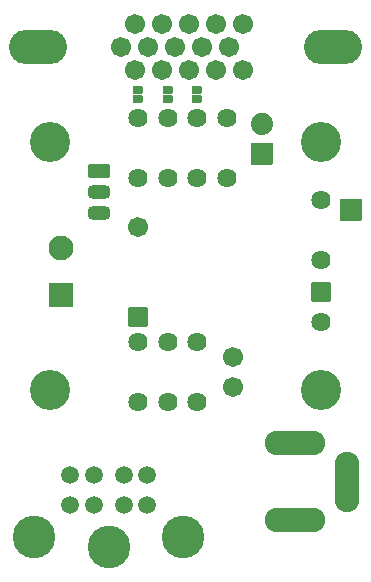
<source format=gbr>
%TF.GenerationSoftware,KiCad,Pcbnew,7.0.11-7.0.11~ubuntu22.04.1*%
%TF.CreationDate,2024-09-13T11:34:55+03:00*%
%TF.ProjectId,RVPC_Rev_B,52565043-5f52-4657-965f-422e6b696361,B*%
%TF.SameCoordinates,PX7bfa480PY7270e00*%
%TF.FileFunction,Soldermask,Bot*%
%TF.FilePolarity,Negative*%
%FSLAX46Y46*%
G04 Gerber Fmt 4.6, Leading zero omitted, Abs format (unit mm)*
G04 Created by KiCad (PCBNEW 7.0.11-7.0.11~ubuntu22.04.1) date 2024-09-13 11:34:55*
%MOMM*%
%LPD*%
G01*
G04 APERTURE LIST*
G04 Aperture macros list*
%AMRoundRect*
0 Rectangle with rounded corners*
0 $1 Rounding radius*
0 $2 $3 $4 $5 $6 $7 $8 $9 X,Y pos of 4 corners*
0 Add a 4 corners polygon primitive as box body*
4,1,4,$2,$3,$4,$5,$6,$7,$8,$9,$2,$3,0*
0 Add four circle primitives for the rounded corners*
1,1,$1+$1,$2,$3*
1,1,$1+$1,$4,$5*
1,1,$1+$1,$6,$7*
1,1,$1+$1,$8,$9*
0 Add four rect primitives between the rounded corners*
20,1,$1+$1,$2,$3,$4,$5,0*
20,1,$1+$1,$4,$5,$6,$7,0*
20,1,$1+$1,$6,$7,$8,$9,0*
20,1,$1+$1,$8,$9,$2,$3,0*%
G04 Aperture macros list end*
%ADD10RoundRect,0.050800X0.800000X-0.800000X0.800000X0.800000X-0.800000X0.800000X-0.800000X-0.800000X0*%
%ADD11C,1.701600*%
%ADD12RoundRect,0.050800X0.850000X-0.500000X0.850000X0.500000X-0.850000X0.500000X-0.850000X-0.500000X0*%
%ADD13RoundRect,0.275400X0.625400X-0.275400X0.625400X0.275400X-0.625400X0.275400X-0.625400X-0.275400X0*%
%ADD14C,3.401601*%
%ADD15C,1.625600*%
%ADD16O,4.901600X2.901600*%
%ADD17RoundRect,0.050800X0.889000X-0.889000X0.889000X0.889000X-0.889000X0.889000X-0.889000X-0.889000X0*%
%ADD18O,5.101600X2.101600*%
%ADD19O,2.101600X5.101600*%
%ADD20C,1.511600*%
%ADD21C,3.601600*%
%ADD22RoundRect,0.050800X0.762000X-0.762000X0.762000X0.762000X-0.762000X0.762000X-0.762000X-0.762000X0*%
%ADD23RoundRect,0.050800X1.000000X-1.000000X1.000000X1.000000X-1.000000X1.000000X-1.000000X-1.000000X0*%
%ADD24C,2.101600*%
%ADD25C,1.879600*%
%ADD26RoundRect,0.050800X-0.381000X0.254000X-0.381000X-0.254000X0.381000X-0.254000X0.381000X0.254000X0*%
G04 APERTURE END LIST*
D10*
X11500000Y22190000D03*
D11*
X11500000Y29810000D03*
D12*
X8200000Y34550000D03*
D13*
X8200000Y32750000D03*
X8200000Y30950000D03*
D14*
X27000000Y37000000D03*
D15*
X27000000Y26960000D03*
X27000000Y32040000D03*
X19000000Y39040000D03*
X19000000Y33960000D03*
X11500000Y39040000D03*
X11500000Y33960000D03*
D11*
X11220000Y43040000D03*
X13510000Y43040000D03*
X15800000Y43040000D03*
X18090000Y43040000D03*
X20380000Y43040000D03*
X10075000Y45020000D03*
X12365000Y45020000D03*
X14655000Y45020000D03*
X16945000Y45020000D03*
X19235000Y45020000D03*
X11220000Y47000000D03*
X13510000Y47000000D03*
X15800000Y47000000D03*
X18090000Y47000000D03*
X20380000Y47000000D03*
D16*
X27995000Y45020000D03*
X3005000Y45020000D03*
D17*
X29500000Y31250000D03*
D15*
X16500000Y39040000D03*
X16500000Y33960000D03*
D18*
X24750000Y11500000D03*
X24750000Y5000000D03*
D19*
X29200000Y8200000D03*
D14*
X4000000Y37000000D03*
X27000000Y16000000D03*
D15*
X14000000Y39040000D03*
X14000000Y33960000D03*
D11*
X19500000Y16250000D03*
X19500000Y18750000D03*
D15*
X16500000Y20040000D03*
X16500000Y14960000D03*
X11500000Y14960000D03*
X11500000Y20040000D03*
D20*
X10270000Y6270000D03*
X7730000Y6270000D03*
X12260000Y6270000D03*
X5740000Y6270000D03*
X12260000Y8810000D03*
X5740000Y8810000D03*
X7730000Y8810000D03*
X10270000Y8810000D03*
D21*
X2700000Y3500000D03*
X9000000Y2700000D03*
X15300000Y3500000D03*
D14*
X4000000Y16000000D03*
D15*
X14000000Y20040000D03*
X14000000Y14960000D03*
D22*
X27000000Y24270000D03*
D15*
X27000000Y21730000D03*
D23*
X5000000Y24000000D03*
D24*
X5000000Y28000000D03*
D17*
X22000000Y35980000D03*
D25*
X22000000Y38520000D03*
D26*
X11500000Y41381000D03*
X11500000Y40619000D03*
X16500000Y41381000D03*
X16500000Y40619000D03*
X14000000Y41381000D03*
X14000000Y40619000D03*
M02*

</source>
